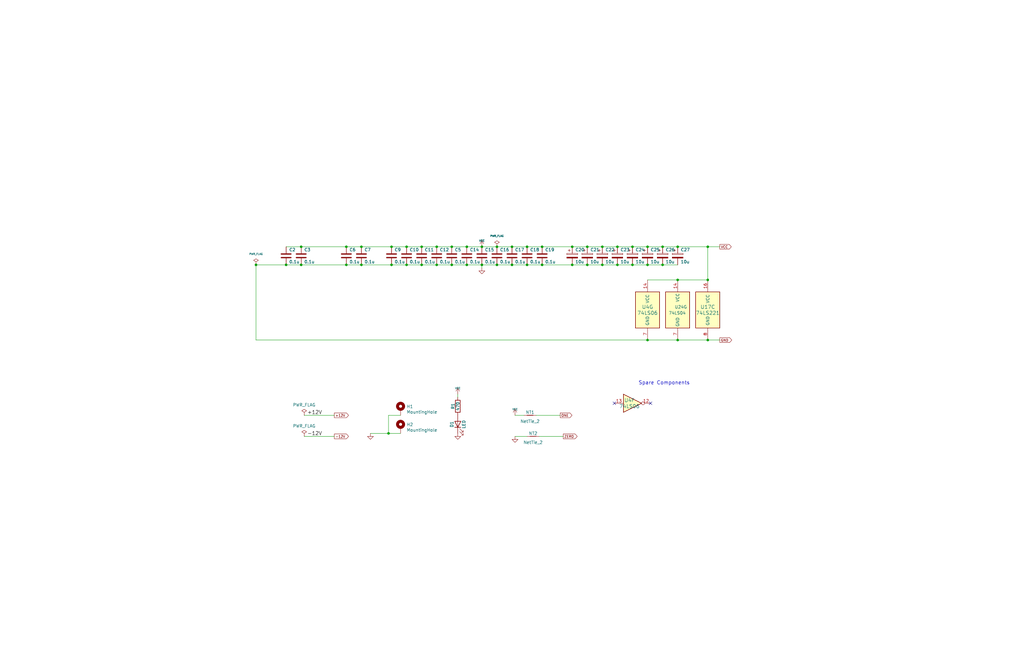
<source format=kicad_sch>
(kicad_sch (version 20211123) (generator eeschema)
  (paper "B")
  (lib_symbols
    (symbol "74xx:74LS04"
      (property "Reference" "U" (at 0 1.27 0))
      (property "Value" "74LS04" (at 0 -1.27 0))
      (symbol "74LS04_1_0"
        (polyline (pts (xy -3.81 3.81) (xy -3.81 -3.81) (xy 3.81 0) (xy -3.81 3.81)) (stroke (width 0.254)) (fill (type background)))
        (pin input line (at -7.62 0 0) (length 3.81) (name "~") (number "1"))
        (pin output inverted (at 7.62 0 180) (length 3.81) (name "~") (number "2"))
      )
      (symbol "74LS04_2_0"
        (polyline (pts (xy -3.81 3.81) (xy -3.81 -3.81) (xy 3.81 0) (xy -3.81 3.81)) (stroke (width 0.254)) (fill (type background)))
        (pin input line (at -7.62 0 0) (length 3.81) (name "~") (number "3"))
        (pin output inverted (at 7.62 0 180) (length 3.81) (name "~") (number "4"))
      )
      (symbol "74LS04_3_0"
        (polyline (pts (xy -3.81 3.81) (xy -3.81 -3.81) (xy 3.81 0) (xy -3.81 3.81)) (stroke (width 0.254)) (fill (type background)))
        (pin input line (at -7.62 0 0) (length 3.81) (name "~") (number "5"))
        (pin output inverted (at 7.62 0 180) (length 3.81) (name "~") (number "6"))
      )
      (symbol "74LS04_4_0"
        (polyline (pts (xy -3.81 3.81) (xy -3.81 -3.81) (xy 3.81 0) (xy -3.81 3.81)) (stroke (width 0.254)) (fill (type background)))
        (pin output inverted (at 7.62 0 180) (length 3.81) (name "~") (number "8"))
        (pin input line (at -7.62 0 0) (length 3.81) (name "~") (number "9"))
      )
      (symbol "74LS04_5_0"
        (polyline (pts (xy -3.81 3.81) (xy -3.81 -3.81) (xy 3.81 0) (xy -3.81 3.81)) (stroke (width 0.254)) (fill (type background)))
        (pin output inverted (at 7.62 0 180) (length 3.81) (name "~") (number "10"))
        (pin input line (at -7.62 0 0) (length 3.81) (name "~") (number "11"))
      )
      (symbol "74LS04_6_0"
        (polyline (pts (xy -3.81 3.81) (xy -3.81 -3.81) (xy 3.81 0) (xy -3.81 3.81)) (stroke (width 0.254)) (fill (type background)))
        (pin output inverted (at 7.62 0 180) (length 3.81) (name "~") (number "12"))
        (pin input line (at -7.62 0 0) (length 3.81) (name "~") (number "13"))
      )
      (symbol "74LS04_7_0"
        (pin power_in line (at 0 12.7 270) (length 5.08) (name "VCC") (number "14"))
        (pin power_in line (at 0 -12.7 90) (length 5.08) (name "GND") (number "7"))
      )
      (symbol "74LS04_7_1"
        (rectangle (start -5.08 7.62) (end 5.08 -7.62) (stroke (width 0.254)) (fill (type background)))
      )
    )
    (symbol "74xx:74LS06" (pin_names (offset 1.016))
      (property "Reference" "U" (at 0 1.27 0))
      (property "Value" "74LS06" (at 0 -1.27 0))
      (symbol "74LS06_1_0"
        (polyline (pts (xy -3.81 3.81) (xy -3.81 -3.81) (xy 3.81 0) (xy -3.81 3.81)) (stroke (width 0.254)) (fill (type background)))
        (pin input line (at -7.62 0 0) (length 3.81) (name "~") (number "1"))
        (pin open_collector inverted (at 7.62 0 180) (length 3.81) (name "~") (number "2"))
      )
      (symbol "74LS06_2_0"
        (polyline (pts (xy -3.81 3.81) (xy -3.81 -3.81) (xy 3.81 0) (xy -3.81 3.81)) (stroke (width 0.254)) (fill (type background)))
        (pin input line (at -7.62 0 0) (length 3.81) (name "~") (number "3"))
        (pin open_collector inverted (at 7.62 0 180) (length 3.81) (name "~") (number "4"))
      )
      (symbol "74LS06_3_0"
        (polyline (pts (xy -3.81 3.81) (xy -3.81 -3.81) (xy 3.81 0) (xy -3.81 3.81)) (stroke (width 0.254)) (fill (type background)))
        (pin input line (at -7.62 0 0) (length 3.81) (name "~") (number "5"))
        (pin open_collector inverted (at 7.62 0 180) (length 3.81) (name "~") (number "6"))
      )
      (symbol "74LS06_4_0"
        (polyline (pts (xy -3.81 3.81) (xy -3.81 -3.81) (xy 3.81 0) (xy -3.81 3.81)) (stroke (width 0.254)) (fill (type background)))
        (pin open_collector inverted (at 7.62 0 180) (length 3.81) (name "~") (number "8"))
        (pin input line (at -7.62 0 0) (length 3.81) (name "~") (number "9"))
      )
      (symbol "74LS06_5_0"
        (polyline (pts (xy -3.81 3.81) (xy -3.81 -3.81) (xy 3.81 0) (xy -3.81 3.81)) (stroke (width 0.254)) (fill (type background)))
        (pin open_collector inverted (at 7.62 0 180) (length 3.81) (name "~") (number "10"))
        (pin input line (at -7.62 0 0) (length 3.81) (name "~") (number "11"))
      )
      (symbol "74LS06_6_0"
        (polyline (pts (xy -3.81 3.81) (xy -3.81 -3.81) (xy 3.81 0) (xy -3.81 3.81)) (stroke (width 0.254)) (fill (type background)))
        (pin open_collector inverted (at 7.62 0 180) (length 3.81) (name "~") (number "12"))
        (pin input line (at -7.62 0 0) (length 3.81) (name "~") (number "13"))
      )
      (symbol "74LS06_7_0"
        (pin power_in line (at 0 12.7 270) (length 5.08) (name "VCC") (number "14"))
        (pin power_in line (at 0 -12.7 90) (length 5.08) (name "GND") (number "7"))
      )
      (symbol "74LS06_7_1"
        (rectangle (start -5.08 7.62) (end 5.08 -7.62) (stroke (width 0.254)) (fill (type background)))
      )
    )
    (symbol "74xx:74LS221" (pin_names (offset 1.016))
      (property "Reference" "U" (at -7.62 8.89 0))
      (property "Value" "74LS221" (at -7.62 -8.89 0))
      (symbol "74LS221_1_0"
        (pin input line (at -12.7 5.08 0) (length 5.08) (name "~{A}") (number "1"))
        (pin output line (at 12.7 5.08 180) (length 5.08) (name "Q") (number "13"))
        (pin input line (at 0 12.7 270) (length 5.08) (name "Cext") (number "14"))
        (pin input line (at 2.54 12.7 270) (length 5.08) (name "RCext") (number "15"))
        (pin input line (at -12.7 2.54 0) (length 5.08) (name "B") (number "2"))
        (pin input line (at -12.7 -2.54 0) (length 5.08) (name "~{CLR}") (number "3"))
        (pin output line (at 12.7 -5.08 180) (length 5.08) (name "~{Q}") (number "4"))
      )
      (symbol "74LS221_1_1"
        (rectangle (start -7.62 7.62) (end 7.62 -7.62) (stroke (width 0.254)) (fill (type background)))
      )
      (symbol "74LS221_2_0"
        (pin input line (at -12.7 2.54 0) (length 5.08) (name "B") (number "10"))
        (pin input line (at -12.7 -2.54 0) (length 5.08) (name "~{CLR}") (number "11"))
        (pin output line (at 12.7 -5.08 180) (length 5.08) (name "~{Q}") (number "12"))
        (pin output line (at 12.7 5.08 180) (length 5.08) (name "Q") (number "5"))
        (pin input line (at 0 12.7 270) (length 5.08) (name "Cext") (number "6"))
        (pin input line (at 2.54 12.7 270) (length 5.08) (name "RCext") (number "7"))
        (pin input line (at -12.7 5.08 0) (length 5.08) (name "~{A}") (number "9"))
      )
      (symbol "74LS221_2_1"
        (rectangle (start -7.62 7.62) (end 7.62 -7.62) (stroke (width 0.254)) (fill (type background)))
      )
      (symbol "74LS221_3_0"
        (pin power_in line (at 0 12.7 270) (length 5.08) (name "VCC") (number "16"))
        (pin power_in line (at 0 -12.7 90) (length 5.08) (name "GND") (number "8"))
      )
      (symbol "74LS221_3_1"
        (rectangle (start -5.08 7.62) (end 5.08 -7.62) (stroke (width 0.254)) (fill (type background)))
      )
    )
    (symbol "Device:C" (pin_numbers hide) (pin_names (offset 0.254))
      (property "Reference" "C" (at 0.635 2.54 0))
      (property "Value" "C" (at 0.635 -2.54 0))
      (symbol "C_0_1"
        (polyline (pts (xy -2.032 -0.762) (xy 2.032 -0.762)) (stroke (width 0.508)))
        (polyline (pts (xy -2.032 0.762) (xy 2.032 0.762)) (stroke (width 0.508)))
      )
      (symbol "C_1_1"
        (pin passive line (at 0 3.81 270) (length 2.794) (name "~") (number "1"))
        (pin passive line (at 0 -3.81 90) (length 2.794) (name "~") (number "2"))
      )
    )
    (symbol "Device:C_Polarized" (pin_numbers hide) (pin_names (offset 0.254))
      (property "Reference" "C" (at 0.635 2.54 0))
      (property "Value" "C_Polarized" (at 0.635 -2.54 0))
      (symbol "C_Polarized_0_1"
        (rectangle (start -2.286 0.508) (end 2.286 1.016))
        (polyline (pts (xy -1.778 2.286) (xy -0.762 2.286)))
        (polyline (pts (xy -1.27 2.794) (xy -1.27 1.778)))
        (rectangle (start 2.286 -0.508) (end -2.286 -1.016) (fill (type outline)))
      )
      (symbol "C_Polarized_1_1"
        (pin passive line (at 0 3.81 270) (length 2.794) (name "~") (number "1"))
        (pin passive line (at 0 -3.81 90) (length 2.794) (name "~") (number "2"))
      )
    )
    (symbol "Device:LED" (pin_numbers hide) (pin_names (offset 1.016) hide)
      (property "Reference" "D" (at 0 2.54 0))
      (property "Value" "LED" (at 0 -2.54 0))
      (symbol "LED_0_1"
        (polyline (pts (xy -1.27 -1.27) (xy -1.27 1.27)) (stroke (width 0.254)))
        (polyline (pts (xy -1.27 0) (xy 1.27 0)))
        (polyline (pts (xy 1.27 -1.27) (xy 1.27 1.27) (xy -1.27 0) (xy 1.27 -1.27)) (stroke (width 0.254)))
        (polyline (pts (xy -3.048 -0.762) (xy -4.572 -2.286) (xy -3.81 -2.286) (xy -4.572 -2.286) (xy -4.572 -1.524)))
        (polyline (pts (xy -1.778 -0.762) (xy -3.302 -2.286) (xy -2.54 -2.286) (xy -3.302 -2.286) (xy -3.302 -1.524)))
      )
      (symbol "LED_1_1"
        (pin passive line (at -3.81 0 0) (length 2.54) (name "K") (number "1"))
        (pin passive line (at 3.81 0 180) (length 2.54) (name "A") (number "2"))
      )
    )
    (symbol "Device:NetTie_2" (pin_numbers hide) (pin_names (offset 0) hide) (in_bom no)
      (property "Reference" "NT" (at 0 1.27 0))
      (property "Value" "NetTie_2" (at 0 -1.27 0))
      (symbol "NetTie_2_0_1"
        (polyline (pts (xy -1.27 0) (xy 1.27 0)) (stroke (width 0.254)))
      )
      (symbol "NetTie_2_1_1"
        (pin passive line (at -2.54 0 0) (length 2.54) (name "1") (number "1"))
        (pin passive line (at 2.54 0 180) (length 2.54) (name "2") (number "2"))
      )
    )
    (symbol "Device:R" (pin_numbers hide) (pin_names (offset 0))
      (property "Reference" "R" (at 2.032 0 90))
      (property "Value" "R" (at 0 0 90))
      (symbol "R_0_1"
        (rectangle (start -1.016 -2.54) (end 1.016 2.54) (stroke (width 0.254)))
      )
      (symbol "R_1_1"
        (pin passive line (at 0 3.81 270) (length 1.27) (name "~") (number "1"))
        (pin passive line (at 0 -3.81 90) (length 1.27) (name "~") (number "2"))
      )
    )
    (symbol "Mechanical:MountingHole_Pad" (pin_numbers hide) (pin_names (offset 1.016) hide)
      (property "Reference" "H" (at 0 6.35 0))
      (property "Value" "MountingHole_Pad" (at 0 4.445 0))
      (symbol "MountingHole_Pad_0_1"
        (circle (center 0 1.27) (radius 1.27) (stroke (width 1.27)))
      )
      (symbol "MountingHole_Pad_1_1"
        (pin input line (at 0 -2.54 90) (length 2.54) (name "1") (number "1"))
      )
    )
    (symbol "power:GND" (power) (pin_names (offset 0))
      (property "Value" "GND" (at 0 -3.81 0))
      (symbol "GND_0_1"
        (polyline (pts (xy 0 0) (xy 0 -1.27) (xy 1.27 -1.27) (xy 0 -2.54) (xy -1.27 -1.27) (xy 0 -1.27)))
      )
      (symbol "GND_1_1"
        (pin power_in line (at 0 0 270) (length 0) hide (name "GND") (number "1"))
      )
    )
    (symbol "power:PWR_FLAG" (power) (pin_numbers hide) (pin_names (offset 0) hide)
      (property "Value" "PWR_FLAG" (at 0 3.81 0))
      (symbol "PWR_FLAG_0_0"
        (pin power_out line (at 0 0 90) (length 0) (name "pwr") (number "1"))
      )
      (symbol "PWR_FLAG_0_1"
        (polyline (pts (xy 0 0) (xy 0 1.27) (xy -1.016 1.905) (xy 0 2.54) (xy 1.016 1.905) (xy 0 1.27)))
      )
    )
    (symbol "power:VCC" (power) (pin_names (offset 0))
      (property "Value" "VCC" (at 0 3.81 0))
      (symbol "VCC_0_1"
        (polyline (pts (xy -0.762 1.27) (xy 0 2.54)))
        (polyline (pts (xy 0 0) (xy 0 2.54)))
        (polyline (pts (xy 0 2.54) (xy 0.762 1.27)))
      )
      (symbol "VCC_1_1"
        (pin power_in line (at 0 0 90) (length 0) hide (name "VCC") (number "1"))
      )
    )
  )
  (junction (at 273.05 104.14))
  (junction (at 241.3 111.76))
  (junction (at 279.4 111.76))
  (junction (at 127 104.14))
  (junction (at 228.6 104.14))
  (junction (at 285.75 104.14))
  (junction (at 177.8 104.14))
  (junction (at 203.2 104.14))
  (junction (at 152.4 104.14))
  (junction (at 203.2 111.76))
  (junction (at 285.75 143.51))
  (junction (at 273.05 143.51))
  (junction (at 222.25 104.14))
  (junction (at 285.75 118.11))
  (junction (at 247.65 104.14))
  (junction (at 152.4 111.76))
  (junction (at 196.85 104.14))
  (junction (at 215.9 111.76))
  (junction (at 209.55 104.14))
  (junction (at 209.55 111.76))
  (junction (at 260.35 111.76))
  (junction (at 196.85 111.76))
  (junction (at 241.3 104.14))
  (junction (at 165.1 104.14))
  (junction (at 127 111.76))
  (junction (at 260.35 104.14))
  (junction (at 177.8 111.76))
  (junction (at 163.83 182.88))
  (junction (at 107.95 111.76))
  (junction (at 171.45 104.14))
  (junction (at 184.15 104.14))
  (junction (at 266.7 111.76))
  (junction (at 190.5 104.14))
  (junction (at 171.45 111.76))
  (junction (at 165.1 111.76))
  (junction (at 279.4 104.14))
  (junction (at 298.45 104.14))
  (junction (at 266.7 104.14))
  (junction (at 247.65 111.76))
  (junction (at 146.05 104.14))
  (junction (at 298.45 143.51))
  (junction (at 298.45 118.11))
  (junction (at 228.6 111.76))
  (junction (at 184.15 111.76))
  (junction (at 215.9 104.14))
  (junction (at 254 104.14))
  (junction (at 273.05 111.76))
  (junction (at 190.5 111.76))
  (junction (at 146.05 111.76))
  (junction (at 254 111.76))
  (junction (at 222.25 111.76))
  (junction (at 120.65 111.76))
  (no_connect (at 274.32 170.18))
  (no_connect (at 259.08 170.18))
  (wire (pts (xy 222.25 111.76) (xy 228.6 111.76)))
  (wire (pts (xy 203.2 111.76) (xy 209.55 111.76)))
  (wire (pts (xy 217.17 175.26) (xy 220.98 175.26)))
  (wire (pts (xy 285.75 143.51) (xy 298.45 143.51)))
  (wire (pts (xy 266.7 111.76) (xy 273.05 111.76)))
  (wire (pts (xy 168.91 182.88) (xy 163.83 182.88)))
  (wire (pts (xy 273.05 143.51) (xy 285.75 143.51)))
  (wire (pts (xy 128.27 175.26) (xy 140.97 175.26)))
  (wire (pts (xy 152.4 104.14) (xy 165.1 104.14)))
  (wire (pts (xy 285.75 118.11) (xy 298.45 118.11)))
  (wire (pts (xy 217.17 184.15) (xy 222.25 184.15)))
  (wire (pts (xy 254 111.76) (xy 260.35 111.76)))
  (wire (pts (xy 222.25 104.14) (xy 228.6 104.14)))
  (wire (pts (xy 241.3 104.14) (xy 247.65 104.14)))
  (wire (pts (xy 247.65 111.76) (xy 254 111.76)))
  (wire (pts (xy 260.35 104.14) (xy 266.7 104.14)))
  (wire (pts (xy 196.85 111.76) (xy 203.2 111.76)))
  (wire (pts (xy 209.55 104.14) (xy 215.9 104.14)))
  (wire (pts (xy 152.4 111.76) (xy 165.1 111.76)))
  (wire (pts (xy 107.95 111.76) (xy 120.65 111.76)))
  (wire (pts (xy 228.6 104.14) (xy 241.3 104.14)))
  (wire (pts (xy 203.2 104.14) (xy 209.55 104.14)))
  (wire (pts (xy 298.45 143.51) (xy 303.53 143.51)))
  (wire (pts (xy 184.15 104.14) (xy 190.5 104.14)))
  (wire (pts (xy 171.45 104.14) (xy 177.8 104.14)))
  (wire (pts (xy 128.27 184.15) (xy 140.97 184.15)))
  (wire (pts (xy 260.35 111.76) (xy 266.7 111.76)))
  (wire (pts (xy 190.5 111.76) (xy 196.85 111.76)))
  (wire (pts (xy 273.05 118.11) (xy 285.75 118.11)))
  (wire (pts (xy 279.4 104.14) (xy 285.75 104.14)))
  (wire (pts (xy 298.45 118.11) (xy 298.45 104.14)))
  (wire (pts (xy 127 104.14) (xy 120.65 104.14)))
  (wire (pts (xy 273.05 111.76) (xy 279.4 111.76)))
  (wire (pts (xy 127 111.76) (xy 146.05 111.76)))
  (wire (pts (xy 215.9 111.76) (xy 222.25 111.76)))
  (wire (pts (xy 279.4 111.76) (xy 285.75 111.76)))
  (wire (pts (xy 254 104.14) (xy 260.35 104.14)))
  (wire (pts (xy 107.95 143.51) (xy 273.05 143.51)))
  (wire (pts (xy 177.8 111.76) (xy 184.15 111.76)))
  (wire (pts (xy 298.45 104.14) (xy 303.53 104.14)))
  (wire (pts (xy 226.06 175.26) (xy 236.22 175.26)))
  (wire (pts (xy 152.4 104.14) (xy 146.05 104.14)))
  (wire (pts (xy 168.91 175.26) (xy 163.83 175.26)))
  (wire (pts (xy 203.2 111.76) (xy 203.2 113.03)))
  (wire (pts (xy 127 104.14) (xy 146.05 104.14)))
  (wire (pts (xy 107.95 111.76) (xy 107.95 143.51)))
  (wire (pts (xy 184.15 111.76) (xy 190.5 111.76)))
  (wire (pts (xy 193.04 167.64) (xy 193.04 166.37)))
  (wire (pts (xy 247.65 104.14) (xy 254 104.14)))
  (wire (pts (xy 228.6 111.76) (xy 241.3 111.76)))
  (wire (pts (xy 165.1 111.76) (xy 171.45 111.76)))
  (wire (pts (xy 273.05 104.14) (xy 279.4 104.14)))
  (wire (pts (xy 190.5 104.14) (xy 196.85 104.14)))
  (wire (pts (xy 171.45 104.14) (xy 165.1 104.14)))
  (wire (pts (xy 227.33 184.15) (xy 237.49 184.15)))
  (wire (pts (xy 266.7 104.14) (xy 273.05 104.14)))
  (wire (pts (xy 177.8 104.14) (xy 184.15 104.14)))
  (wire (pts (xy 163.83 175.26) (xy 163.83 182.88)))
  (wire (pts (xy 171.45 111.76) (xy 177.8 111.76)))
  (wire (pts (xy 241.3 111.76) (xy 247.65 111.76)))
  (wire (pts (xy 196.85 104.14) (xy 203.2 104.14)))
  (wire (pts (xy 120.65 111.76) (xy 127 111.76)))
  (wire (pts (xy 215.9 104.14) (xy 222.25 104.14)))
  (wire (pts (xy 146.05 111.76) (xy 152.4 111.76)))
  (wire (pts (xy 285.75 104.14) (xy 298.45 104.14)))
  (wire (pts (xy 209.55 111.76) (xy 215.9 111.76)))
  (wire (pts (xy 163.83 182.88) (xy 156.21 182.88)))
  (text "Spare Components" (at 269.24 162.56 0) (effects (font (size 1.524 1.524)) (justify left bottom)))
  (label "-12V" (at 129.54 184.15 0) (effects (font (size 1.524 1.524))))
  (label "+12V" (at 129.54 175.26 0) (effects (font (size 1.524 1.524))))
  (global_label "ZERO" (shape output) (at 237.49 184.15 0) (effects (font (size 1.016 1.016))) (property "Intersheet References" "${INTERSHEET_REFS}" (effects hide)))
  (global_label "VCC" (shape output) (at 303.53 104.14 0) (effects (font (size 1.016 1.016))) (property "Intersheet References" "${INTERSHEET_REFS}" (effects hide)))
  (global_label "+12V" (shape output) (at 140.97 175.26 0) (effects (font (size 1.016 1.016))) (property "Intersheet References" "${INTERSHEET_REFS}" (effects hide)))
  (global_label "GND" (shape output) (at 303.53 143.51 0) (effects (font (size 1.016 1.016))) (property "Intersheet References" "${INTERSHEET_REFS}" (effects hide)))
  (global_label "-12V" (shape output) (at 140.97 184.15 0) (effects (font (size 1.016 1.016))) (property "Intersheet References" "${INTERSHEET_REFS}" (effects hide)))
  (global_label "ONE" (shape output) (at 236.22 175.26 0) (effects (font (size 1.016 1.016))) (property "Intersheet References" "${INTERSHEET_REFS}" (effects hide)))
  (symbol (lib_id "Device:C_Polarized") (at 285.75 107.95 0) (unit 1)
    (property "Reference" "C27" (at 287.02 105.41 0) (effects (justify left)))
    (property "Value" "10u" (at 287.02 110.49 0) (effects (justify left)))
    (property "Footprint" "Capacitor_THT:CP_Radial_D5.0mm_P2.50mm" (effects hide))
  )
  (symbol (lib_id "power:GND") (at 203.2 113.03 0) (unit 1)
    (property "Reference" "#PWR05" (effects hide))
    (property "Value" "GND" (effects hide))
  )
  (symbol (lib_id "power:VCC") (at 203.2 104.14 0) (unit 1)
    (property "Reference" "#PWR04" (effects hide))
    (property "Value" "VCC" (at 203.2 101.6 0) (effects (font (size 0.762 0.762))))
  )
  (symbol (lib_id "Device:C") (at 215.9 107.95 0) (unit 1)
    (property "Reference" "C17" (at 217.17 105.41 0) (effects (justify left)))
    (property "Value" "0.1u" (at 217.17 110.49 0) (effects (justify left)))
    (property "Footprint" "Capacitor_THT:C_Disc_D5.0mm_W2.5mm_P5.00mm" (effects hide))
  )
  (symbol (lib_id "Device:C") (at 165.1 107.95 0) (unit 1)
    (property "Reference" "C9" (at 166.37 105.41 0) (effects (justify left)))
    (property "Value" "0.1u" (at 166.37 110.49 0) (effects (justify left)))
    (property "Footprint" "Capacitor_THT:C_Disc_D5.0mm_W2.5mm_P5.00mm" (effects hide))
  )
  (symbol (lib_id "Device:C") (at 171.45 107.95 0) (unit 1)
    (property "Reference" "C10" (at 172.72 105.41 0) (effects (justify left)))
    (property "Value" "0.1u" (at 172.72 110.49 0) (effects (justify left)))
    (property "Footprint" "Capacitor_THT:C_Disc_D5.0mm_W2.5mm_P5.00mm" (effects hide))
  )
  (symbol (lib_id "Device:C_Polarized") (at 266.7 107.95 0) (unit 1)
    (property "Reference" "C24" (at 267.97 105.41 0) (effects (justify left)))
    (property "Value" "10u" (at 267.97 110.49 0) (effects (justify left)))
    (property "Footprint" "Capacitor_THT:CP_Radial_D5.0mm_P2.50mm" (effects hide))
  )
  (symbol (lib_id "Device:C_Polarized") (at 273.05 107.95 0) (unit 1)
    (property "Reference" "C25" (at 274.32 105.41 0) (effects (justify left)))
    (property "Value" "10u" (at 274.32 110.49 0) (effects (justify left)))
    (property "Footprint" "Capacitor_THT:CP_Radial_D5.0mm_P2.50mm" (effects hide))
  )
  (symbol (lib_id "Device:C") (at 127 107.95 0) (unit 1)
    (property "Reference" "C3" (at 128.27 105.41 0) (effects (justify left)))
    (property "Value" "0.1u" (at 128.27 110.49 0) (effects (justify left)))
    (property "Footprint" "Capacitor_THT:C_Disc_D5.0mm_W2.5mm_P5.00mm" (effects hide))
  )
  (symbol (lib_id "power:GND") (at 193.04 182.88 0) (unit 1)
    (property "Reference" "#PWR03" (effects hide))
    (property "Value" "GND" (effects hide))
  )
  (symbol (lib_id "Device:C") (at 152.4 107.95 0) (unit 1)
    (property "Reference" "C7" (at 153.67 105.41 0) (effects (justify left)))
    (property "Value" "0.1u" (at 153.67 110.49 0) (effects (justify left)))
    (property "Footprint" "Capacitor_THT:C_Disc_D5.0mm_W2.5mm_P5.00mm" (effects hide))
  )
  (symbol (lib_id "Device:C_Polarized") (at 279.4 107.95 0) (unit 1)
    (property "Reference" "C26" (at 280.67 105.41 0) (effects (justify left)))
    (property "Value" "10u" (at 280.67 110.49 0) (effects (justify left)))
    (property "Footprint" "Capacitor_THT:CP_Radial_D5.0mm_P2.50mm" (effects hide))
  )
  (symbol (lib_id "Device:C") (at 177.8 107.95 0) (unit 1)
    (property "Reference" "C11" (at 179.07 105.41 0) (effects (justify left)))
    (property "Value" "0.1u" (at 179.07 110.49 0) (effects (justify left)))
    (property "Footprint" "Capacitor_THT:C_Disc_D5.0mm_W2.5mm_P5.00mm" (effects hide))
  )
  (symbol (lib_id "Device:C") (at 184.15 107.95 0) (unit 1)
    (property "Reference" "C12" (at 185.42 105.41 0) (effects (justify left)))
    (property "Value" "0.1u" (at 185.42 110.49 0) (effects (justify left)))
    (property "Footprint" "Capacitor_THT:C_Disc_D5.0mm_W2.5mm_P5.00mm" (effects hide))
  )
  (symbol (lib_id "power:GND") (at 217.17 184.15 0) (unit 1)
    (property "Reference" "#PWR07" (effects hide))
    (property "Value" "GND" (effects hide))
  )
  (symbol (lib_id "power:GND") (at 156.21 182.88 0) (unit 1)
    (property "Reference" "#PWR01" (effects hide))
    (property "Value" "GND" (effects hide))
  )
  (symbol (lib_id "Mechanical:MountingHole_Pad") (at 168.91 180.34 0) (unit 1)
    (property "Reference" "H2" (at 171.45 179.1716 0) (effects (justify left)))
    (property "Value" "MountingHole" (at 171.45 181.483 0) (effects (justify left)))
    (property "Footprint" "MountingHole:MountingHole_3.2mm_M3_Pad" (effects hide))
  )
  (symbol (lib_id "Device:C") (at 196.85 107.95 0) (unit 1)
    (property "Reference" "C14" (at 198.12 105.41 0) (effects (justify left)))
    (property "Value" "0.1u" (at 198.12 110.49 0) (effects (justify left)))
    (property "Footprint" "Capacitor_THT:C_Disc_D5.0mm_W2.5mm_P5.00mm" (effects hide))
  )
  (symbol (lib_id "Device:C") (at 203.2 107.95 0) (unit 1)
    (property "Reference" "C15" (at 204.47 105.41 0) (effects (justify left)))
    (property "Value" "0.1u" (at 204.47 110.49 0) (effects (justify left)))
    (property "Footprint" "Capacitor_THT:C_Disc_D5.0mm_W2.5mm_P5.00mm" (effects hide))
  )
  (symbol (lib_id "Mechanical:MountingHole_Pad") (at 168.91 172.72 0) (unit 1)
    (property "Reference" "H1" (at 171.45 171.5516 0) (effects (justify left)))
    (property "Value" "MountingHole" (at 171.45 173.863 0) (effects (justify left)))
    (property "Footprint" "MountingHole:MountingHole_3.2mm_M3_Pad" (effects hide))
  )
  (symbol (lib_id "power:PWR_FLAG") (at 128.27 175.26 0) (unit 1)
    (property "Reference" "#FLG02" (effects hide))
    (property "Value" "PWR_FLAG" (at 128.27 170.8658 0))
  )
  (symbol (lib_id "power:PWR_FLAG") (at 128.27 184.15 0) (unit 1)
    (property "Reference" "#FLG03" (effects hide))
    (property "Value" "PWR_FLAG" (at 128.27 179.7558 0))
  )
  (symbol (lib_id "power:PWR_FLAG") (at 209.55 104.14 0) (unit 1)
    (property "Reference" "#FLG04" (effects hide))
    (property "Value" "PWR_FLAG" (at 209.55 99.568 0) (effects (font (size 0.762 0.762))))
  )
  (symbol (lib_id "Device:C_Polarized") (at 241.3 107.95 0) (unit 1)
    (property "Reference" "C20" (at 242.57 105.41 0) (effects (justify left)))
    (property "Value" "10u" (at 242.57 110.49 0) (effects (justify left)))
    (property "Footprint" "Capacitor_THT:CP_Radial_D5.0mm_P2.50mm" (effects hide))
  )
  (symbol (lib_id "Device:C_Polarized") (at 247.65 107.95 0) (unit 1)
    (property "Reference" "C21" (at 248.92 105.41 0) (effects (justify left)))
    (property "Value" "10u" (at 248.92 110.49 0) (effects (justify left)))
    (property "Footprint" "Capacitor_THT:CP_Radial_D5.0mm_P2.50mm" (effects hide))
  )
  (symbol (lib_id "Device:LED") (at 193.04 179.07 90) (unit 1)
    (property "Reference" "D1" (at 190.5 179.07 0))
    (property "Value" "LED" (at 195.58 179.07 0))
    (property "Footprint" "LED_THT:LED_D3.0mm_Horizontal_O3.81mm_Z2.0mm" (effects hide))
  )
  (symbol (lib_id "Device:R") (at 193.04 171.45 180) (unit 1)
    (property "Reference" "R1" (at 191.008 171.45 90))
    (property "Value" "470" (at 193.04 171.45 90))
    (property "Footprint" "Resistor_THT:R_Axial_DIN0207_L6.3mm_D2.5mm_P7.62mm_Horizontal" (effects hide))
  )
  (symbol (lib_id "Device:C") (at 120.65 107.95 0) (unit 1)
    (property "Reference" "C2" (at 121.92 105.41 0) (effects (justify left)))
    (property "Value" "0.1u" (at 121.92 110.49 0) (effects (justify left)))
    (property "Footprint" "Capacitor_THT:C_Disc_D5.0mm_W2.5mm_P5.00mm" (effects hide))
  )
  (symbol (lib_id "power:VCC") (at 193.04 166.37 0) (unit 1)
    (property "Reference" "#PWR02" (effects hide))
    (property "Value" "VCC" (at 193.04 163.83 0) (effects (font (size 0.762 0.762))))
  )
  (symbol (lib_id "Device:C") (at 146.05 107.95 0) (unit 1)
    (property "Reference" "C6" (at 147.32 105.41 0) (effects (justify left)))
    (property "Value" "0.1u" (at 147.32 110.49 0) (effects (justify left)))
    (property "Footprint" "Capacitor_THT:C_Disc_D5.0mm_W2.5mm_P5.00mm" (effects hide))
  )
  (symbol (lib_id "power:PWR_FLAG") (at 107.95 111.76 0) (unit 1)
    (property "Reference" "#FLG01" (effects hide))
    (property "Value" "PWR_FLAG" (at 107.95 107.188 0) (effects (font (size 0.762 0.762))))
  )
  (symbol (lib_id "Device:C") (at 228.6 107.95 0) (unit 1)
    (property "Reference" "C19" (at 229.87 105.41 0) (effects (justify left)))
    (property "Value" "0.1u" (at 229.87 110.49 0) (effects (justify left)))
    (property "Footprint" "Capacitor_THT:C_Disc_D5.0mm_W2.5mm_P5.00mm" (effects hide))
  )
  (symbol (lib_id "Device:C") (at 222.25 107.95 0) (unit 1)
    (property "Reference" "C18" (at 223.52 105.41 0) (effects (justify left)))
    (property "Value" "0.1u" (at 223.52 110.49 0) (effects (justify left)))
    (property "Footprint" "Capacitor_THT:C_Disc_D5.0mm_W2.5mm_P5.00mm" (effects hide))
  )
  (symbol (lib_id "Device:C_Polarized") (at 254 107.95 0) (unit 1)
    (property "Reference" "C22" (at 255.27 105.41 0) (effects (justify left)))
    (property "Value" "10u" (at 255.27 110.49 0) (effects (justify left)))
    (property "Footprint" "Capacitor_THT:CP_Radial_D5.0mm_P2.50mm" (effects hide))
  )
  (symbol (lib_id "Device:C_Polarized") (at 260.35 107.95 0) (unit 1)
    (property "Reference" "C23" (at 261.62 105.41 0) (effects (justify left)))
    (property "Value" "10u" (at 261.62 110.49 0) (effects (justify left)))
    (property "Footprint" "Capacitor_THT:CP_Radial_D5.0mm_P2.50mm" (effects hide))
  )
  (symbol (lib_id "Device:C") (at 209.55 107.95 0) (unit 1)
    (property "Reference" "C16" (at 210.82 105.41 0) (effects (justify left)))
    (property "Value" "0.1u" (at 210.82 110.49 0) (effects (justify left)))
    (property "Footprint" "Capacitor_THT:C_Disc_D5.0mm_W2.5mm_P5.00mm" (effects hide))
  )
  (symbol (lib_id "power:VCC") (at 217.17 175.26 0) (unit 1)
    (property "Reference" "#PWR06" (effects hide))
    (property "Value" "VCC" (at 217.17 172.72 0) (effects (font (size 0.762 0.762))))
  )
  (symbol (lib_id "74xx:74LS06") (at 266.7 170.18 0) (unit 6)
    (property "Reference" "U4" (at 265.43 168.91 0) (effects (font (size 1.524 1.524))))
    (property "Value" "74LS06" (at 265.43 171.45 0) (effects (font (size 1.524 1.524))))
    (property "Footprint" "Package_DIP:DIP-14_W7.62mm" (effects hide))
    (property "Datasheet" "http://www.ti.com/lit/gpn/sn74LS06" (effects hide))
  )
  (symbol (lib_id "Device:NetTie_2") (at 224.79 184.15 0) (unit 1) (in_bom no)
    (property "Reference" "NT2" (at 224.79 182.88 0))
    (property "Value" "NetTie_2" (at 224.79 186.69 0))
    (property "Footprint" "NetTie:NetTie-2_THT_Pad0.3mm" (effects hide))
  )
  (symbol (lib_id "74xx:74LS04") (at 285.75 130.81 0) (unit 7)
    (property "Reference" "U24" (at 284.48 129.54 0) (effects (justify left)))
    (property "Value" "74LS04" (at 281.94 132.08 0) (effects (justify left)))
    (property "Footprint" "Package_DIP:DIP-14_W7.62mm" (effects hide))
    (property "Datasheet" "http://www.ti.com/lit/gpn/sn74LS04" (effects hide))
  )
  (symbol (lib_id "Device:NetTie_2") (at 223.52 175.26 0) (unit 1) (in_bom no)
    (property "Reference" "NT1" (at 223.52 173.99 0))
    (property "Value" "NetTie_2" (at 223.52 177.8 0))
    (property "Footprint" "NetTie:NetTie-2_THT_Pad0.3mm" (effects hide))
  )
  (symbol (lib_id "74xx:74LS06") (at 273.05 130.81 0) (unit 7)
    (property "Reference" "U4" (at 273.05 129.54 0) (effects (font (size 1.524 1.524))))
    (property "Value" "74LS06" (at 273.05 132.08 0) (effects (font (size 1.524 1.524))))
    (property "Footprint" "Package_DIP:DIP-14_W7.62mm" (effects hide))
    (property "Datasheet" "http://www.ti.com/lit/gpn/sn74LS06" (effects hide))
  )
  (symbol (lib_id "Device:C") (at 190.5 107.95 0) (unit 1)
    (property "Reference" "C5" (at 191.77 105.41 0) (effects (justify left)))
    (property "Value" "0.1u" (at 191.77 110.49 0) (effects (justify left)))
    (property "Footprint" "Capacitor_THT:C_Disc_D5.0mm_W2.5mm_P5.00mm" (effects hide))
  )
  (symbol (lib_id "74xx:74LS221") (at 298.45 130.81 0) (unit 3)
    (property "Reference" "U17" (at 298.45 129.54 0) (effects (font (size 1.524 1.524))))
    (property "Value" "74LS221" (at 298.45 132.08 0) (effects (font (size 1.524 1.524))))
    (property "Footprint" "Package_DIP:DIP-16_W7.62mm" (effects hide))
    (property "Datasheet" "http://www.ti.com/lit/gpn/sn74LS221" (effects hide))
  )
)
</source>
